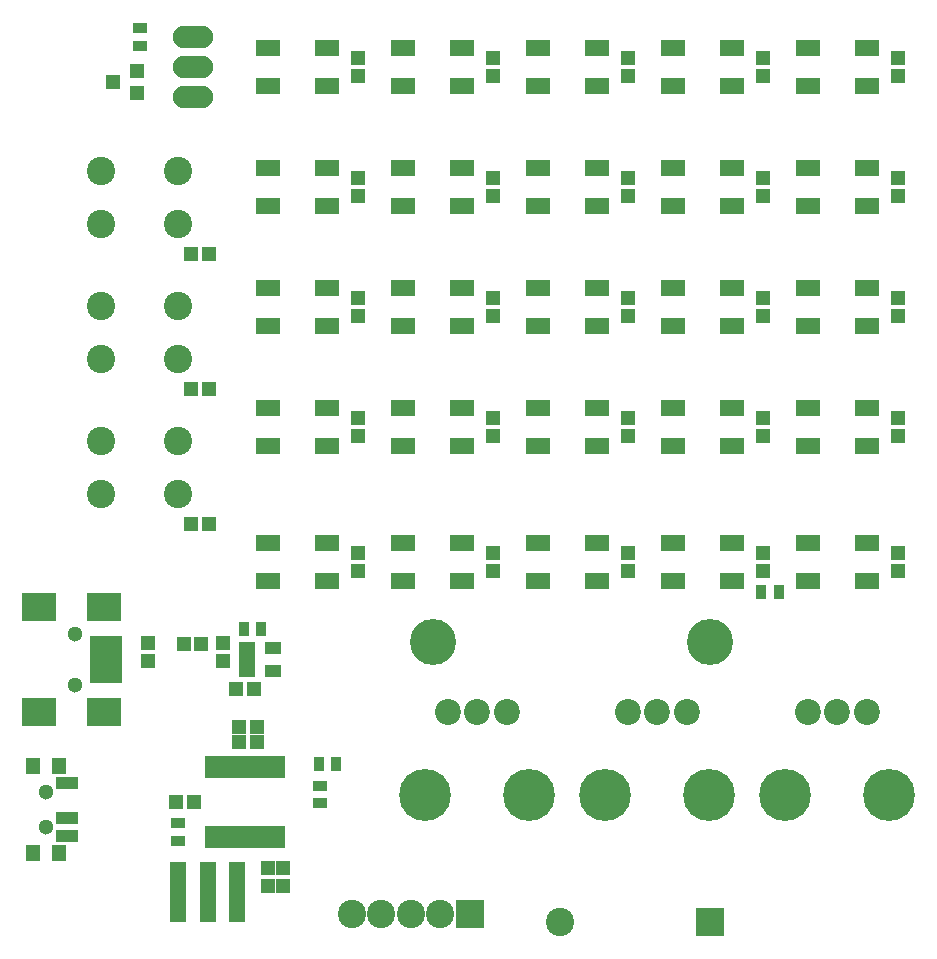
<source format=gbr>
G04 #@! TF.FileFunction,Soldermask,Top*
%FSLAX46Y46*%
G04 Gerber Fmt 4.6, Leading zero omitted, Abs format (unit mm)*
G04 Created by KiCad (PCBNEW 4.0.7-e0-6372~58~ubuntu16.10.1) date Wed Dec 20 17:09:54 2017*
%MOMM*%
%LPD*%
G01*
G04 APERTURE LIST*
%ADD10C,0.100000*%
%ADD11R,0.900000X1.300000*%
%ADD12R,1.400000X5.200000*%
%ADD13R,2.400000X2.400000*%
%ADD14C,2.400000*%
%ADD15C,3.900000*%
%ADD16R,1.200000X1.150000*%
%ADD17R,1.150000X1.200000*%
%ADD18R,2.700000X0.900000*%
%ADD19R,2.900000X2.400000*%
%ADD20C,1.300000*%
%ADD21O,3.410000X1.910000*%
%ADD22R,2.000000X1.400000*%
%ADD23C,2.200000*%
%ADD24C,4.400000*%
%ADD25R,1.300000X1.200000*%
%ADD26R,1.300000X0.900000*%
%ADD27R,1.900000X1.100000*%
%ADD28R,1.200000X1.400000*%
%ADD29R,1.460000X1.050000*%
%ADD30R,0.850000X1.850000*%
G04 APERTURE END LIST*
D10*
D11*
X172835000Y-83820000D03*
X171335000Y-83820000D03*
D12*
X121960000Y-109220000D03*
X124460000Y-109220000D03*
X126960000Y-109220000D03*
D13*
X167005000Y-111760000D03*
D14*
X154305000Y-111760000D03*
D15*
X143510000Y-88036400D03*
X167005000Y-88036400D03*
D16*
X127139000Y-96520000D03*
X128639000Y-96520000D03*
X126885000Y-92075000D03*
X128385000Y-92075000D03*
D17*
X130810000Y-108700000D03*
X130810000Y-107200000D03*
D16*
X124575000Y-55245000D03*
X123075000Y-55245000D03*
X124575000Y-66675000D03*
X123075000Y-66675000D03*
X124575000Y-78105000D03*
X123075000Y-78105000D03*
D17*
X119380000Y-89650000D03*
X119380000Y-88150000D03*
X125730000Y-89650000D03*
X125730000Y-88150000D03*
D16*
X123305000Y-101600000D03*
X121805000Y-101600000D03*
X127139000Y-95250000D03*
X128639000Y-95250000D03*
D17*
X129540000Y-108700000D03*
X129540000Y-107200000D03*
X137160000Y-40120000D03*
X137160000Y-38620000D03*
X148590000Y-40120000D03*
X148590000Y-38620000D03*
X160020000Y-40120000D03*
X160020000Y-38620000D03*
X171450000Y-40120000D03*
X171450000Y-38620000D03*
X182880000Y-40120000D03*
X182880000Y-38620000D03*
X137160000Y-50280000D03*
X137160000Y-48780000D03*
X148590000Y-50280000D03*
X148590000Y-48780000D03*
X160020000Y-50280000D03*
X160020000Y-48780000D03*
X171450000Y-50280000D03*
X171450000Y-48780000D03*
X182880000Y-50280000D03*
X182880000Y-48780000D03*
X137160000Y-60440000D03*
X137160000Y-58940000D03*
X148590000Y-60440000D03*
X148590000Y-58940000D03*
X160020000Y-60440000D03*
X160020000Y-58940000D03*
X171450000Y-60440000D03*
X171450000Y-58940000D03*
X182880000Y-60440000D03*
X182880000Y-58940000D03*
X137160000Y-70600000D03*
X137160000Y-69100000D03*
X148590000Y-70600000D03*
X148590000Y-69100000D03*
X160020000Y-70600000D03*
X160020000Y-69100000D03*
X171450000Y-70600000D03*
X171450000Y-69100000D03*
X182880000Y-70600000D03*
X182880000Y-69100000D03*
X137160000Y-82030000D03*
X137160000Y-80530000D03*
X148590000Y-82030000D03*
X148590000Y-80530000D03*
X160020000Y-82030000D03*
X160020000Y-80530000D03*
X171450000Y-82030000D03*
X171450000Y-80530000D03*
X182880000Y-82030000D03*
X182880000Y-80530000D03*
D13*
X146685000Y-111125000D03*
D14*
X144165000Y-111125000D03*
X141665000Y-111125000D03*
X139165000Y-111125000D03*
X136665000Y-111125000D03*
D18*
X115830000Y-87935000D03*
X115830000Y-88735000D03*
X115830000Y-89535000D03*
X115830000Y-90335000D03*
X115830000Y-91135000D03*
D19*
X115730000Y-85085000D03*
X110230000Y-85085000D03*
X115730000Y-93985000D03*
X110230000Y-93985000D03*
D20*
X113230000Y-87335000D03*
X113230000Y-91735000D03*
D21*
X123190000Y-36830000D03*
X123190000Y-39370000D03*
X123190000Y-41910000D03*
D22*
X134580000Y-40970000D03*
X134580000Y-37770000D03*
X129580000Y-40970000D03*
X129580000Y-37770000D03*
X146010000Y-40970000D03*
X146010000Y-37770000D03*
X141010000Y-40970000D03*
X141010000Y-37770000D03*
X157440000Y-40970000D03*
X157440000Y-37770000D03*
X152440000Y-40970000D03*
X152440000Y-37770000D03*
X168870000Y-40970000D03*
X168870000Y-37770000D03*
X163870000Y-40970000D03*
X163870000Y-37770000D03*
X180300000Y-40970000D03*
X180300000Y-37770000D03*
X175300000Y-40970000D03*
X175300000Y-37770000D03*
X134580000Y-51130000D03*
X134580000Y-47930000D03*
X129580000Y-51130000D03*
X129580000Y-47930000D03*
X146010000Y-51130000D03*
X146010000Y-47930000D03*
X141010000Y-51130000D03*
X141010000Y-47930000D03*
X157440000Y-51130000D03*
X157440000Y-47930000D03*
X152440000Y-51130000D03*
X152440000Y-47930000D03*
X168870000Y-51130000D03*
X168870000Y-47930000D03*
X163870000Y-51130000D03*
X163870000Y-47930000D03*
X180300000Y-51130000D03*
X180300000Y-47930000D03*
X175300000Y-51130000D03*
X175300000Y-47930000D03*
X134580000Y-61290000D03*
X134580000Y-58090000D03*
X129580000Y-61290000D03*
X129580000Y-58090000D03*
X146010000Y-61290000D03*
X146010000Y-58090000D03*
X141010000Y-61290000D03*
X141010000Y-58090000D03*
X157440000Y-61290000D03*
X157440000Y-58090000D03*
X152440000Y-61290000D03*
X152440000Y-58090000D03*
X168870000Y-61290000D03*
X168870000Y-58090000D03*
X163870000Y-61290000D03*
X163870000Y-58090000D03*
X180300000Y-61290000D03*
X180300000Y-58090000D03*
X175300000Y-61290000D03*
X175300000Y-58090000D03*
X134580000Y-71450000D03*
X134580000Y-68250000D03*
X129580000Y-71450000D03*
X129580000Y-68250000D03*
X146010000Y-71450000D03*
X146010000Y-68250000D03*
X141010000Y-71450000D03*
X141010000Y-68250000D03*
X157440000Y-71450000D03*
X157440000Y-68250000D03*
X152440000Y-71450000D03*
X152440000Y-68250000D03*
X168870000Y-71450000D03*
X168870000Y-68250000D03*
X163870000Y-71450000D03*
X163870000Y-68250000D03*
X180300000Y-71450000D03*
X180300000Y-68250000D03*
X175300000Y-71450000D03*
X175300000Y-68250000D03*
X134580000Y-82880000D03*
X134580000Y-79680000D03*
X129580000Y-82880000D03*
X129580000Y-79680000D03*
X146010000Y-82880000D03*
X146010000Y-79680000D03*
X141010000Y-82880000D03*
X141010000Y-79680000D03*
X157440000Y-82880000D03*
X157440000Y-79680000D03*
X152440000Y-82880000D03*
X152440000Y-79680000D03*
X168870000Y-82880000D03*
X168870000Y-79680000D03*
X163870000Y-82880000D03*
X163870000Y-79680000D03*
X180300000Y-82880000D03*
X180300000Y-79680000D03*
X175300000Y-82880000D03*
X175300000Y-79680000D03*
D23*
X149780000Y-93980000D03*
X147280000Y-93980000D03*
X144780000Y-93980000D03*
D24*
X151680000Y-100980000D03*
X142880000Y-100980000D03*
D23*
X165020000Y-93980000D03*
X162520000Y-93980000D03*
X160020000Y-93980000D03*
D24*
X166920000Y-100980000D03*
X158120000Y-100980000D03*
D23*
X180260000Y-93980000D03*
X177760000Y-93980000D03*
X175260000Y-93980000D03*
D24*
X182160000Y-100980000D03*
X173360000Y-100980000D03*
D25*
X118475000Y-41590000D03*
X118475000Y-39690000D03*
X116475000Y-40640000D03*
D11*
X127520000Y-86995000D03*
X129020000Y-86995000D03*
X135370000Y-98425000D03*
X133870000Y-98425000D03*
D26*
X133985000Y-100215000D03*
X133985000Y-101715000D03*
X121920000Y-104890000D03*
X121920000Y-103390000D03*
X118745000Y-36080000D03*
X118745000Y-37580000D03*
D20*
X110795000Y-100735000D03*
X110795000Y-103735000D03*
D27*
X112555000Y-99985000D03*
X112555000Y-102985000D03*
X112555000Y-104485000D03*
D28*
X109695000Y-98585000D03*
X109695000Y-105885000D03*
X111905000Y-105885000D03*
X111905000Y-98585000D03*
D14*
X121920000Y-48205000D03*
X121920000Y-52705000D03*
X115420000Y-48205000D03*
X115420000Y-52705000D03*
X121920000Y-59635000D03*
X121920000Y-64135000D03*
X115420000Y-59635000D03*
X115420000Y-64135000D03*
X121920000Y-71065000D03*
X121920000Y-75565000D03*
X115420000Y-71065000D03*
X115420000Y-75565000D03*
D29*
X127805000Y-88585000D03*
X127805000Y-89535000D03*
X127805000Y-90485000D03*
X130005000Y-90485000D03*
X130005000Y-88585000D03*
D30*
X124710000Y-104550000D03*
X125360000Y-104550000D03*
X126010000Y-104550000D03*
X126660000Y-104550000D03*
X127310000Y-104550000D03*
X127960000Y-104550000D03*
X128610000Y-104550000D03*
X129260000Y-104550000D03*
X129910000Y-104550000D03*
X130560000Y-104550000D03*
X130560000Y-98650000D03*
X129910000Y-98650000D03*
X129260000Y-98650000D03*
X128610000Y-98650000D03*
X127960000Y-98650000D03*
X127310000Y-98650000D03*
X126660000Y-98650000D03*
X126010000Y-98650000D03*
X125360000Y-98650000D03*
X124710000Y-98650000D03*
D16*
X122440000Y-88265000D03*
X123940000Y-88265000D03*
M02*

</source>
